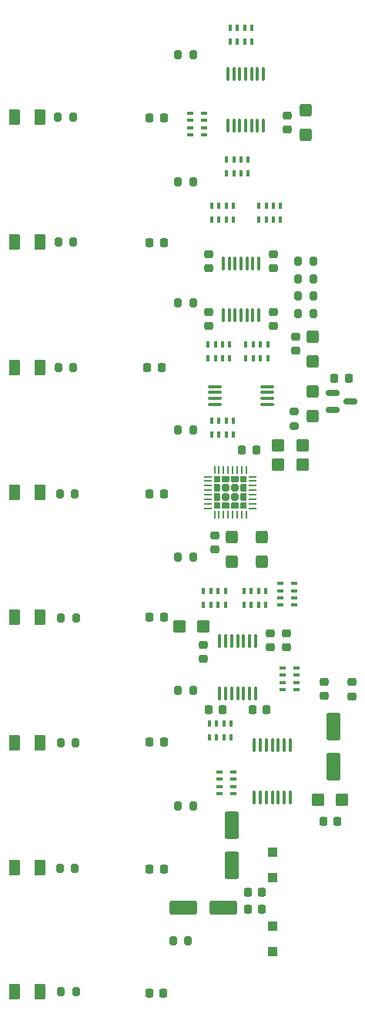
<source format=gbr>
%TF.GenerationSoftware,KiCad,Pcbnew,(6.0.7)*%
%TF.CreationDate,2022-09-10T19:48:32+02:00*%
%TF.ProjectId,eurorack-pmod-pcb,6575726f-7261-4636-9b2d-706d6f642d70,rev?*%
%TF.SameCoordinates,Original*%
%TF.FileFunction,Paste,Top*%
%TF.FilePolarity,Positive*%
%FSLAX46Y46*%
G04 Gerber Fmt 4.6, Leading zero omitted, Abs format (unit mm)*
G04 Created by KiCad (PCBNEW (6.0.7)) date 2022-09-10 19:48:32*
%MOMM*%
%LPD*%
G01*
G04 APERTURE LIST*
G04 Aperture macros list*
%AMRoundRect*
0 Rectangle with rounded corners*
0 $1 Rounding radius*
0 $2 $3 $4 $5 $6 $7 $8 $9 X,Y pos of 4 corners*
0 Add a 4 corners polygon primitive as box body*
4,1,4,$2,$3,$4,$5,$6,$7,$8,$9,$2,$3,0*
0 Add four circle primitives for the rounded corners*
1,1,$1+$1,$2,$3*
1,1,$1+$1,$4,$5*
1,1,$1+$1,$6,$7*
1,1,$1+$1,$8,$9*
0 Add four rect primitives between the rounded corners*
20,1,$1+$1,$2,$3,$4,$5,0*
20,1,$1+$1,$4,$5,$6,$7,0*
20,1,$1+$1,$6,$7,$8,$9,0*
20,1,$1+$1,$8,$9,$2,$3,0*%
%AMFreePoly0*
4,1,48,0.195015,0.341746,0.197191,0.342329,0.200525,0.340774,0.218481,0.337608,0.232451,0.325886,0.248978,0.318179,0.318179,0.248978,0.321152,0.244733,0.323103,0.243606,0.324361,0.240149,0.334819,0.225214,0.336409,0.207049,0.342646,0.189911,0.342646,-0.259112,0.340733,-0.269963,0.341377,-0.273618,0.339521,-0.276832,0.337608,-0.287682,0.323660,-0.304305,0.312807,-0.323103,
0.305724,-0.325681,0.300879,-0.331455,0.279505,-0.335224,0.259112,-0.342646,-0.259112,-0.342646,-0.269963,-0.340733,-0.273618,-0.341377,-0.276832,-0.339521,-0.287682,-0.337608,-0.304305,-0.323660,-0.323103,-0.312807,-0.325681,-0.305724,-0.331455,-0.300879,-0.335224,-0.279505,-0.342646,-0.259112,-0.342646,0.259112,-0.340733,0.269963,-0.341377,0.273618,-0.339521,0.276832,-0.337608,0.287682,
-0.323660,0.304305,-0.312807,0.323103,-0.305724,0.325681,-0.300879,0.331455,-0.279505,0.335224,-0.259112,0.342646,0.189911,0.342646,0.195015,0.341746,0.195015,0.341746,$1*%
%AMFreePoly1*
4,1,16,-0.208698,0.403113,0.269389,0.403113,0.321190,0.381657,0.342646,0.329856,0.342646,-0.329856,0.321190,-0.381657,0.269389,-0.403113,-0.208700,-0.403114,-0.260502,-0.381655,-0.321190,-0.320968,-0.342646,-0.269165,-0.342647,0.269167,-0.321190,0.320968,-0.260501,0.381657,-0.208700,0.403114,-0.208698,0.403113,-0.208698,0.403113,$1*%
%AMFreePoly2*
4,1,48,0.269963,0.340733,0.273618,0.341377,0.276832,0.339521,0.287682,0.337608,0.304305,0.323660,0.323103,0.312807,0.325681,0.305724,0.331455,0.300879,0.335224,0.279505,0.342646,0.259112,0.342646,-0.259112,0.340733,-0.269963,0.341377,-0.273618,0.339521,-0.276832,0.337608,-0.287682,0.323660,-0.304305,0.312807,-0.323103,0.305724,-0.325681,0.300879,-0.331455,0.279505,-0.335224,
0.259112,-0.342646,-0.189911,-0.342646,-0.195015,-0.341746,-0.197191,-0.342329,-0.200525,-0.340774,-0.218481,-0.337608,-0.232451,-0.325886,-0.248978,-0.318179,-0.318179,-0.248978,-0.321152,-0.244733,-0.323103,-0.243606,-0.324361,-0.240149,-0.334819,-0.225214,-0.336409,-0.207049,-0.342646,-0.189911,-0.342646,0.259112,-0.340733,0.269963,-0.341377,0.273618,-0.339521,0.276832,-0.337608,0.287682,
-0.323660,0.304305,-0.312807,0.323103,-0.305724,0.325681,-0.300879,0.331455,-0.279505,0.335224,-0.259112,0.342646,0.259112,0.342646,0.269963,0.340733,0.269963,0.340733,$1*%
%AMFreePoly3*
4,1,15,0.260501,0.381657,0.321190,0.320968,0.342646,0.269165,0.342647,-0.269167,0.321188,-0.320969,0.260501,-0.381657,0.208698,-0.403113,-0.269389,-0.403113,-0.321190,-0.381657,-0.342646,-0.329856,-0.342646,0.329856,-0.321190,0.381657,-0.269389,0.403113,0.208700,0.403114,0.260501,0.381657,0.260501,0.381657,$1*%
%AMFreePoly4*
4,1,48,0.269963,0.340733,0.273618,0.341377,0.276832,0.339521,0.287682,0.337608,0.304305,0.323660,0.323103,0.312807,0.325681,0.305724,0.331455,0.300879,0.335224,0.279505,0.342646,0.259112,0.342646,-0.259112,0.340733,-0.269963,0.341377,-0.273618,0.339521,-0.276832,0.337608,-0.287682,0.323660,-0.304305,0.312807,-0.323103,0.305724,-0.325681,0.300879,-0.331455,0.279505,-0.335224,
0.259112,-0.342646,-0.259112,-0.342646,-0.269963,-0.340733,-0.273618,-0.341377,-0.276832,-0.339521,-0.287682,-0.337608,-0.304305,-0.323660,-0.323103,-0.312807,-0.325681,-0.305724,-0.331455,-0.300879,-0.335224,-0.279505,-0.342646,-0.259112,-0.342646,0.189911,-0.341746,0.195015,-0.342329,0.197191,-0.340774,0.200525,-0.337608,0.218481,-0.325886,0.232451,-0.318179,0.248978,-0.248978,0.318179,
-0.244733,0.321152,-0.243606,0.323103,-0.240149,0.324361,-0.225214,0.334819,-0.207049,0.336409,-0.189911,0.342646,0.259112,0.342646,0.269963,0.340733,0.269963,0.340733,$1*%
%AMFreePoly5*
4,1,15,0.381657,0.321190,0.403113,0.269389,0.403114,-0.208700,0.381655,-0.260502,0.320968,-0.321190,0.269165,-0.342646,-0.269167,-0.342647,-0.320969,-0.321188,-0.381657,-0.260501,-0.403113,-0.208698,-0.403113,0.269389,-0.381657,0.321190,-0.329856,0.342646,0.329856,0.342646,0.381657,0.321190,0.381657,0.321190,$1*%
%AMFreePoly6*
4,1,48,0.269963,0.340733,0.273618,0.341377,0.276832,0.339521,0.287682,0.337608,0.304305,0.323660,0.323103,0.312807,0.325681,0.305724,0.331455,0.300879,0.335224,0.279505,0.342646,0.259112,0.342646,-0.189911,0.341746,-0.195015,0.342329,-0.197191,0.340774,-0.200525,0.337608,-0.218481,0.325886,-0.232451,0.318179,-0.248978,0.248978,-0.318179,0.244733,-0.321152,0.243606,-0.323103,
0.240149,-0.324361,0.225214,-0.334819,0.207049,-0.336409,0.189911,-0.342646,-0.259112,-0.342646,-0.269963,-0.340733,-0.273618,-0.341377,-0.276832,-0.339521,-0.287682,-0.337608,-0.304305,-0.323660,-0.323103,-0.312807,-0.325681,-0.305724,-0.331455,-0.300879,-0.335224,-0.279505,-0.342646,-0.259112,-0.342646,0.259112,-0.340733,0.269963,-0.341377,0.273618,-0.339521,0.276832,-0.337608,0.287682,
-0.323660,0.304305,-0.312807,0.323103,-0.305724,0.325681,-0.300879,0.331455,-0.279505,0.335224,-0.259112,0.342646,0.259112,0.342646,0.269963,0.340733,0.269963,0.340733,$1*%
%AMFreePoly7*
4,1,15,0.320968,0.321190,0.381657,0.260501,0.403113,0.208698,0.403113,-0.269389,0.381657,-0.321190,0.329856,-0.342646,-0.329856,-0.342646,-0.381657,-0.321190,-0.403113,-0.269389,-0.403114,0.208700,-0.381657,0.260501,-0.320968,0.321190,-0.269165,0.342646,0.269167,0.342647,0.320968,0.321190,0.320968,0.321190,$1*%
G04 Aperture macros list end*
%ADD10RoundRect,0.200000X-0.200000X-0.275000X0.200000X-0.275000X0.200000X0.275000X-0.200000X0.275000X0*%
%ADD11RoundRect,0.225000X0.250000X-0.225000X0.250000X0.225000X-0.250000X0.225000X-0.250000X-0.225000X0*%
%ADD12RoundRect,0.250000X-0.375000X-0.625000X0.375000X-0.625000X0.375000X0.625000X-0.375000X0.625000X0*%
%ADD13RoundRect,0.100000X-0.100000X0.637500X-0.100000X-0.637500X0.100000X-0.637500X0.100000X0.637500X0*%
%ADD14RoundRect,0.200000X0.200000X0.275000X-0.200000X0.275000X-0.200000X-0.275000X0.200000X-0.275000X0*%
%ADD15RoundRect,0.225000X0.225000X0.250000X-0.225000X0.250000X-0.225000X-0.250000X0.225000X-0.250000X0*%
%ADD16RoundRect,0.225000X-0.225000X-0.250000X0.225000X-0.250000X0.225000X0.250000X-0.225000X0.250000X0*%
%ADD17R,1.100000X1.100000*%
%ADD18RoundRect,0.250000X-0.450000X-0.425000X0.450000X-0.425000X0.450000X0.425000X-0.450000X0.425000X0*%
%ADD19R,0.430000X0.760000*%
%ADD20FreePoly0,90.000000*%
%ADD21FreePoly1,90.000000*%
%ADD22RoundRect,0.201557X0.201556X-0.201556X0.201556X0.201556X-0.201556X0.201556X-0.201556X-0.201556X0*%
%ADD23FreePoly2,90.000000*%
%ADD24FreePoly3,90.000000*%
%ADD25FreePoly4,90.000000*%
%ADD26FreePoly5,90.000000*%
%ADD27FreePoly6,90.000000*%
%ADD28FreePoly7,90.000000*%
%ADD29RoundRect,0.062500X0.062500X-0.337500X0.062500X0.337500X-0.062500X0.337500X-0.062500X-0.337500X0*%
%ADD30RoundRect,0.062500X0.337500X-0.062500X0.337500X0.062500X-0.337500X0.062500X-0.337500X-0.062500X0*%
%ADD31RoundRect,0.218750X0.256250X-0.218750X0.256250X0.218750X-0.256250X0.218750X-0.256250X-0.218750X0*%
%ADD32RoundRect,0.250000X0.550000X-1.250000X0.550000X1.250000X-0.550000X1.250000X-0.550000X-1.250000X0*%
%ADD33R,0.760000X0.430000*%
%ADD34RoundRect,0.250000X-0.425000X0.450000X-0.425000X-0.450000X0.425000X-0.450000X0.425000X0.450000X0*%
%ADD35RoundRect,0.250000X0.450000X0.425000X-0.450000X0.425000X-0.450000X-0.425000X0.450000X-0.425000X0*%
%ADD36RoundRect,0.250000X0.425000X-0.450000X0.425000X0.450000X-0.425000X0.450000X-0.425000X-0.450000X0*%
%ADD37RoundRect,0.225000X-0.250000X0.225000X-0.250000X-0.225000X0.250000X-0.225000X0.250000X0.225000X0*%
%ADD38RoundRect,0.218750X-0.218750X-0.256250X0.218750X-0.256250X0.218750X0.256250X-0.218750X0.256250X0*%
%ADD39RoundRect,0.150000X-0.587500X-0.150000X0.587500X-0.150000X0.587500X0.150000X-0.587500X0.150000X0*%
%ADD40RoundRect,0.200000X-0.275000X0.200000X-0.275000X-0.200000X0.275000X-0.200000X0.275000X0.200000X0*%
%ADD41RoundRect,0.100000X0.100000X-0.637500X0.100000X0.637500X-0.100000X0.637500X-0.100000X-0.637500X0*%
%ADD42RoundRect,0.100000X0.637500X0.100000X-0.637500X0.100000X-0.637500X-0.100000X0.637500X-0.100000X0*%
%ADD43RoundRect,0.250000X-0.550000X1.250000X-0.550000X-1.250000X0.550000X-1.250000X0.550000X1.250000X0*%
%ADD44RoundRect,0.250000X-1.250000X-0.550000X1.250000X-0.550000X1.250000X0.550000X-1.250000X0.550000X0*%
G04 APERTURE END LIST*
D10*
%TO.C,R5*%
X-825000Y-19685000D03*
X825000Y-19685000D03*
%TD*%
D11*
%TO.C,C20*%
X2540000Y-35573000D03*
X2540000Y-34023000D03*
%TD*%
D12*
%TO.C,D8*%
X-16024400Y-81330800D03*
X-18824400Y-81330800D03*
%TD*%
D13*
%TO.C,U7*%
X11475000Y-81592500D03*
X10825000Y-81592500D03*
X10175000Y-81592500D03*
X9525000Y-81592500D03*
X8875000Y-81592500D03*
X8225000Y-81592500D03*
X7575000Y-81592500D03*
X7575000Y-87317500D03*
X8225000Y-87317500D03*
X8875000Y-87317500D03*
X9525000Y-87317500D03*
X10175000Y-87317500D03*
X10825000Y-87317500D03*
X11475000Y-87317500D03*
%TD*%
D14*
%TO.C,R14*%
X825000Y-60960000D03*
X-825000Y-60960000D03*
%TD*%
D10*
%TO.C,R9*%
X12383000Y-28448000D03*
X14033000Y-28448000D03*
%TD*%
D15*
%TO.C,C4*%
X7760000Y-49149000D03*
X6210000Y-49149000D03*
%TD*%
D11*
%TO.C,C15*%
X11049000Y-70879000D03*
X11049000Y-69329000D03*
%TD*%
D10*
%TO.C,R4*%
X-14033000Y-12598400D03*
X-12383000Y-12598400D03*
%TD*%
D14*
%TO.C,R15*%
X-12052800Y-67614800D03*
X-13702800Y-67614800D03*
%TD*%
D12*
%TO.C,D5*%
X-16024400Y-40081200D03*
X-18824400Y-40081200D03*
%TD*%
D16*
%TO.C,C23*%
X-3950000Y-26416000D03*
X-2400000Y-26416000D03*
%TD*%
D17*
%TO.C,D2*%
X9525000Y-104270000D03*
X9525000Y-101470000D03*
%TD*%
D10*
%TO.C,R6*%
X12383000Y-34163000D03*
X14033000Y-34163000D03*
%TD*%
D18*
%TO.C,C11*%
X10160000Y-50800000D03*
X12860000Y-50800000D03*
%TD*%
D12*
%TO.C,D7*%
X-15999000Y-67564000D03*
X-18799000Y-67564000D03*
%TD*%
D15*
%TO.C,C31*%
X-2400000Y-81280000D03*
X-3950000Y-81280000D03*
%TD*%
D16*
%TO.C,C34*%
X7353000Y-77724000D03*
X8903000Y-77724000D03*
%TD*%
D11*
%TO.C,C22*%
X9652000Y-35573000D03*
X9652000Y-34023000D03*
%TD*%
D19*
%TO.C,RN14*%
X2610000Y-80770000D03*
X3410000Y-80770000D03*
X4210000Y-80770000D03*
X5010000Y-80770000D03*
X5010000Y-79250000D03*
X4210000Y-79250000D03*
X3410000Y-79250000D03*
X2610000Y-79250000D03*
%TD*%
D12*
%TO.C,D6*%
X-16024400Y-53822600D03*
X-18824400Y-53822600D03*
%TD*%
D14*
%TO.C,R18*%
X825000Y-88265000D03*
X-825000Y-88265000D03*
%TD*%
D16*
%TO.C,C9*%
X16375000Y-41275000D03*
X17925000Y-41275000D03*
%TD*%
%TO.C,C25*%
X-4204000Y-40132000D03*
X-2654000Y-40132000D03*
%TD*%
D20*
%TO.C,U3*%
X6350000Y-55265000D03*
D21*
X4425000Y-52415000D03*
D22*
X5425000Y-53340000D03*
D23*
X3500000Y-52415000D03*
D24*
X5425000Y-55265000D03*
D25*
X6350000Y-52415000D03*
D21*
X5425000Y-52415000D03*
D26*
X3500000Y-54340000D03*
D24*
X4425000Y-55265000D03*
D26*
X3500000Y-53340000D03*
D27*
X3500000Y-55265000D03*
D22*
X4425000Y-54340000D03*
D28*
X6350000Y-54340000D03*
D22*
X4425000Y-53340000D03*
X5425000Y-54340000D03*
D28*
X6350000Y-53340000D03*
D29*
X3175000Y-56290000D03*
X3675000Y-56290000D03*
X4175000Y-56290000D03*
X4675000Y-56290000D03*
X5175000Y-56290000D03*
X5675000Y-56290000D03*
X6175000Y-56290000D03*
X6675000Y-56290000D03*
D30*
X7375000Y-55590000D03*
X7375000Y-55090000D03*
X7375000Y-54590000D03*
X7375000Y-54090000D03*
X7375000Y-53590000D03*
X7375000Y-53090000D03*
X7375000Y-52590000D03*
X7375000Y-52090000D03*
D29*
X6675000Y-51390000D03*
X6175000Y-51390000D03*
X5675000Y-51390000D03*
X5175000Y-51390000D03*
X4675000Y-51390000D03*
X4175000Y-51390000D03*
X3675000Y-51390000D03*
X3175000Y-51390000D03*
D30*
X2475000Y-52090000D03*
X2475000Y-52590000D03*
X2475000Y-53090000D03*
X2475000Y-53590000D03*
X2475000Y-54090000D03*
X2475000Y-54590000D03*
X2475000Y-55090000D03*
X2475000Y-55590000D03*
%TD*%
D11*
%TO.C,C17*%
X11176000Y-13932200D03*
X11176000Y-12382200D03*
%TD*%
D31*
%TO.C,L3*%
X18268148Y-76222314D03*
X18268148Y-74647314D03*
%TD*%
D15*
%TO.C,C33*%
X-2400000Y-95250000D03*
X-3950000Y-95250000D03*
%TD*%
D19*
%TO.C,RN11*%
X1975000Y-66165000D03*
X2775000Y-66165000D03*
X3575000Y-66165000D03*
X4375000Y-66165000D03*
X4375000Y-64645000D03*
X3575000Y-64645000D03*
X2775000Y-64645000D03*
X1975000Y-64645000D03*
%TD*%
D31*
%TO.C,L4*%
X15240000Y-76200000D03*
X15240000Y-74625000D03*
%TD*%
D32*
%TO.C,C1*%
X5080000Y-94783000D03*
X5080000Y-90383000D03*
%TD*%
D19*
%TO.C,RN2*%
X5264000Y-45976000D03*
X4464000Y-45976000D03*
X3664000Y-45976000D03*
X2864000Y-45976000D03*
X2864000Y-47496000D03*
X3664000Y-47496000D03*
X4464000Y-47496000D03*
X5264000Y-47496000D03*
%TD*%
D33*
%TO.C,RN13*%
X3685000Y-84525000D03*
X3685000Y-85325000D03*
X3685000Y-86125000D03*
X3685000Y-86925000D03*
X5205000Y-86925000D03*
X5205000Y-86125000D03*
X5205000Y-85325000D03*
X5205000Y-84525000D03*
%TD*%
%TO.C,RN12*%
X10670000Y-73095000D03*
X10670000Y-73895000D03*
X10670000Y-74695000D03*
X10670000Y-75495000D03*
X12190000Y-75495000D03*
X12190000Y-74695000D03*
X12190000Y-73895000D03*
X12190000Y-73095000D03*
%TD*%
D19*
%TO.C,RN7*%
X8052000Y-23872000D03*
X8852000Y-23872000D03*
X9652000Y-23872000D03*
X10452000Y-23872000D03*
X10452000Y-22352000D03*
X9652000Y-22352000D03*
X8852000Y-22352000D03*
X8052000Y-22352000D03*
%TD*%
D10*
%TO.C,R11*%
X-825000Y-46990000D03*
X825000Y-46990000D03*
%TD*%
D34*
%TO.C,C12*%
X13970000Y-36750000D03*
X13970000Y-39450000D03*
%TD*%
D10*
%TO.C,R2*%
X-825000Y-5715000D03*
X825000Y-5715000D03*
%TD*%
D14*
%TO.C,R20*%
X266200Y-103124000D03*
X-1383800Y-103124000D03*
%TD*%
%TO.C,R21*%
X-12027400Y-108712000D03*
X-13677400Y-108712000D03*
%TD*%
D19*
%TO.C,RN3*%
X2464000Y-39112000D03*
X3264000Y-39112000D03*
X4064000Y-39112000D03*
X4864000Y-39112000D03*
X4864000Y-37592000D03*
X4064000Y-37592000D03*
X3264000Y-37592000D03*
X2464000Y-37592000D03*
%TD*%
D12*
%TO.C,D3*%
X-15999000Y-12598400D03*
X-18799000Y-12598400D03*
%TD*%
D35*
%TO.C,C14*%
X1985000Y-68580000D03*
X-715000Y-68580000D03*
%TD*%
D17*
%TO.C,D1*%
X9525000Y-96142000D03*
X9525000Y-93342000D03*
%TD*%
D36*
%TO.C,C16*%
X13208000Y-14558000D03*
X13208000Y-11858000D03*
%TD*%
D18*
%TO.C,C3*%
X10160000Y-48691800D03*
X12860000Y-48691800D03*
%TD*%
D14*
%TO.C,R17*%
X-12090400Y-81330800D03*
X-13740400Y-81330800D03*
%TD*%
D37*
%TO.C,C6*%
X3175000Y-58534000D03*
X3175000Y-60084000D03*
%TD*%
D15*
%TO.C,C35*%
X-2430543Y-108812750D03*
X-3980543Y-108812750D03*
%TD*%
D35*
%TO.C,C18*%
X17225000Y-87630000D03*
X14525000Y-87630000D03*
%TD*%
D11*
%TO.C,C30*%
X1905000Y-72149000D03*
X1905000Y-70599000D03*
%TD*%
D16*
%TO.C,C27*%
X-3950000Y-53975000D03*
X-2400000Y-53975000D03*
%TD*%
D34*
%TO.C,C5*%
X5080000Y-58771800D03*
X5080000Y-61471800D03*
%TD*%
D19*
%TO.C,RN6*%
X6640295Y-39107713D03*
X7440295Y-39107713D03*
X8240295Y-39107713D03*
X9040295Y-39107713D03*
X9040295Y-37587713D03*
X8240295Y-37587713D03*
X7440295Y-37587713D03*
X6640295Y-37587713D03*
%TD*%
D13*
%TO.C,U5*%
X8554000Y-7805500D03*
X7904000Y-7805500D03*
X7254000Y-7805500D03*
X6604000Y-7805500D03*
X5954000Y-7805500D03*
X5304000Y-7805500D03*
X4654000Y-7805500D03*
X4654000Y-13530500D03*
X5304000Y-13530500D03*
X5954000Y-13530500D03*
X6604000Y-13530500D03*
X7254000Y-13530500D03*
X7904000Y-13530500D03*
X8554000Y-13530500D03*
%TD*%
D38*
%TO.C,L2*%
X6832500Y-99645452D03*
X8407500Y-99645452D03*
%TD*%
D39*
%TO.C,U1*%
X16207500Y-42865000D03*
X16207500Y-44765000D03*
X18082500Y-43815000D03*
%TD*%
D11*
%TO.C,C28*%
X9271000Y-70879000D03*
X9271000Y-69329000D03*
%TD*%
D15*
%TO.C,C19*%
X16700800Y-89966800D03*
X15150800Y-89966800D03*
%TD*%
D14*
%TO.C,R16*%
X825000Y-75565000D03*
X-825000Y-75565000D03*
%TD*%
D40*
%TO.C,R1*%
X11938000Y-44895000D03*
X11938000Y-46545000D03*
%TD*%
D10*
%TO.C,R12*%
X12383000Y-30353000D03*
X14033000Y-30353000D03*
%TD*%
D38*
%TO.C,L1*%
X6832500Y-97795000D03*
X8407500Y-97795000D03*
%TD*%
D19*
%TO.C,RN8*%
X6896000Y-17272000D03*
X6096000Y-17272000D03*
X5296000Y-17272000D03*
X4496000Y-17272000D03*
X4496000Y-18792000D03*
X5296000Y-18792000D03*
X6096000Y-18792000D03*
X6896000Y-18792000D03*
%TD*%
D10*
%TO.C,R13*%
X-13804400Y-54000400D03*
X-12154400Y-54000400D03*
%TD*%
%TO.C,R8*%
X-825000Y-33020000D03*
X825000Y-33020000D03*
%TD*%
D37*
%TO.C,C13*%
X12065000Y-36690000D03*
X12065000Y-38240000D03*
%TD*%
D10*
%TO.C,R3*%
X12383000Y-32258000D03*
X14033000Y-32258000D03*
%TD*%
%TO.C,R10*%
X-13982200Y-40081200D03*
X-12332200Y-40081200D03*
%TD*%
D13*
%TO.C,U6*%
X7665000Y-70162500D03*
X7015000Y-70162500D03*
X6365000Y-70162500D03*
X5715000Y-70162500D03*
X5065000Y-70162500D03*
X4415000Y-70162500D03*
X3765000Y-70162500D03*
X3765000Y-75887500D03*
X4415000Y-75887500D03*
X5065000Y-75887500D03*
X5715000Y-75887500D03*
X6365000Y-75887500D03*
X7015000Y-75887500D03*
X7665000Y-75887500D03*
%TD*%
D12*
%TO.C,D4*%
X-16021400Y-26339800D03*
X-18821400Y-26339800D03*
%TD*%
D41*
%TO.C,U4*%
X4146000Y-34358500D03*
X4796000Y-34358500D03*
X5446000Y-34358500D03*
X6096000Y-34358500D03*
X6746000Y-34358500D03*
X7396000Y-34358500D03*
X8046000Y-34358500D03*
X8046000Y-28633500D03*
X7396000Y-28633500D03*
X6746000Y-28633500D03*
X6096000Y-28633500D03*
X5446000Y-28633500D03*
X4796000Y-28633500D03*
X4146000Y-28633500D03*
%TD*%
D34*
%TO.C,C8*%
X13970000Y-42765000D03*
X13970000Y-45465000D03*
%TD*%
D42*
%TO.C,U2*%
X8958500Y-44155000D03*
X8958500Y-43505000D03*
X8958500Y-42855000D03*
X8958500Y-42205000D03*
X3233500Y-42205000D03*
X3233500Y-42855000D03*
X3233500Y-43505000D03*
X3233500Y-44155000D03*
%TD*%
D19*
%TO.C,RN9*%
X2864000Y-23872000D03*
X3664000Y-23872000D03*
X4464000Y-23872000D03*
X5264000Y-23872000D03*
X5264000Y-22352000D03*
X4464000Y-22352000D03*
X3664000Y-22352000D03*
X2864000Y-22352000D03*
%TD*%
D37*
%TO.C,C24*%
X9652000Y-27673000D03*
X9652000Y-29223000D03*
%TD*%
D10*
%TO.C,R7*%
X-13982200Y-26314400D03*
X-12332200Y-26314400D03*
%TD*%
D15*
%TO.C,C32*%
X4077000Y-77724000D03*
X2527000Y-77724000D03*
%TD*%
D33*
%TO.C,RN1*%
X11936000Y-66224000D03*
X11936000Y-65424000D03*
X11936000Y-64624000D03*
X11936000Y-63824000D03*
X10416000Y-63824000D03*
X10416000Y-64624000D03*
X10416000Y-65424000D03*
X10416000Y-66224000D03*
%TD*%
D12*
%TO.C,D10*%
X-15999000Y-108686600D03*
X-18799000Y-108686600D03*
%TD*%
D33*
%TO.C,RN5*%
X510000Y-12135000D03*
X510000Y-12935000D03*
X510000Y-13735000D03*
X510000Y-14535000D03*
X2030000Y-14535000D03*
X2030000Y-13735000D03*
X2030000Y-12935000D03*
X2030000Y-12135000D03*
%TD*%
D12*
%TO.C,D9*%
X-16024400Y-95072200D03*
X-18824400Y-95072200D03*
%TD*%
D16*
%TO.C,C21*%
X-3950000Y-12700000D03*
X-2400000Y-12700000D03*
%TD*%
D19*
%TO.C,RN10*%
X8820000Y-64645000D03*
X8020000Y-64645000D03*
X7220000Y-64645000D03*
X6420000Y-64645000D03*
X6420000Y-66165000D03*
X7220000Y-66165000D03*
X8020000Y-66165000D03*
X8820000Y-66165000D03*
%TD*%
D14*
%TO.C,R19*%
X-12179800Y-95097600D03*
X-13829800Y-95097600D03*
%TD*%
D43*
%TO.C,C7*%
X16256000Y-79588000D03*
X16256000Y-83988000D03*
%TD*%
D37*
%TO.C,C26*%
X2540000Y-27673000D03*
X2540000Y-29223000D03*
%TD*%
D19*
%TO.C,RN4*%
X7296000Y-2796000D03*
X6496000Y-2796000D03*
X5696000Y-2796000D03*
X4896000Y-2796000D03*
X4896000Y-4316000D03*
X5696000Y-4316000D03*
X6496000Y-4316000D03*
X7296000Y-4316000D03*
%TD*%
D34*
%TO.C,C10*%
X8365617Y-58764511D03*
X8365617Y-61464511D03*
%TD*%
D15*
%TO.C,C29*%
X-2412217Y-67566567D03*
X-3962217Y-67566567D03*
%TD*%
D44*
%TO.C,C2*%
X-295000Y-99441000D03*
X4105000Y-99441000D03*
%TD*%
M02*

</source>
